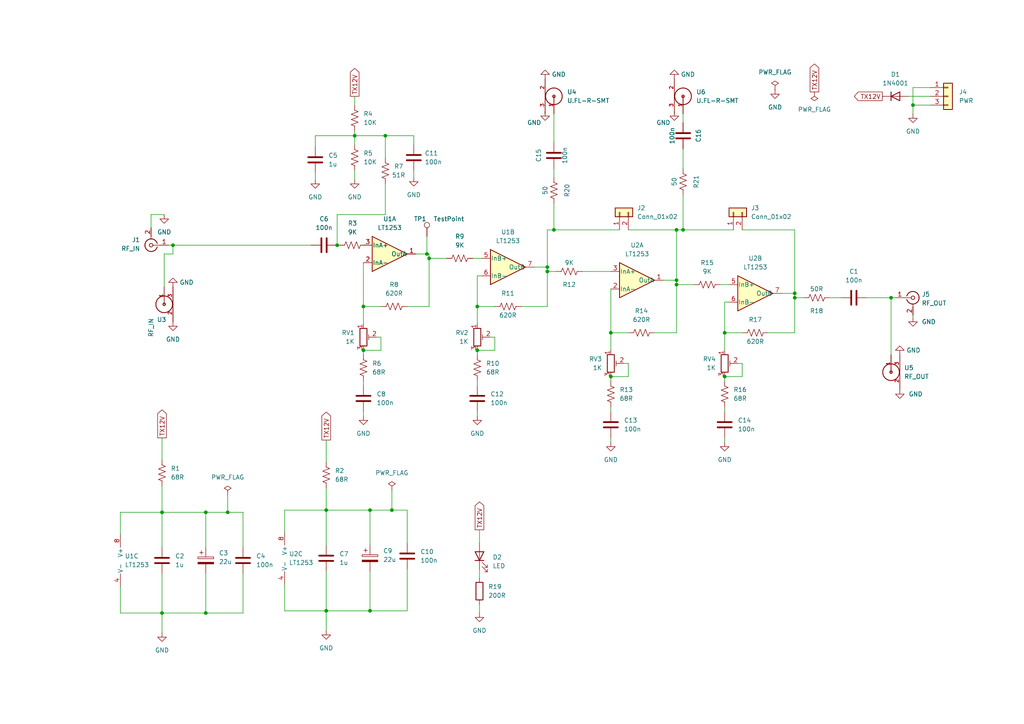
<source format=kicad_sch>
(kicad_sch (version 20211123) (generator eeschema)
  (paper "A4")
  (lib_symbols
    (symbol "Connector:Conn_Coaxial" (pin_names (offset 1.016) hide)
      (property "Reference" "J" (at 0.254 3.048 0))
      (property "Value" "Conn_Coaxial" (at 2.921 0 90))
      (symbol "Conn_Coaxial_0_1"
        (arc (start -1.778 -0.508) (mid 0.2311 -1.8066) (end 1.778 0) (stroke (width 0.254)))
        (polyline (pts (xy -2.54 0) (xy -0.508 0)))
        (polyline (pts (xy 0 -2.54) (xy 0 -1.778)))
        (circle (center 0 0) (radius 0.508) (stroke (width 0.2032)))
        (arc (start 1.778 0) (mid 0.2099 1.8101) (end -1.778 0.508) (stroke (width 0.254)))
      )
      (symbol "Conn_Coaxial_1_1"
        (pin passive line (at -5.08 0 0) (length 2.54) (name "In") (number "1"))
        (pin passive line (at 0 -5.08 90) (length 2.54) (name "Ext") (number "2"))
      )
    )
    (symbol "Connector:TestPoint" (pin_numbers hide) (pin_names (offset 0.762) hide)
      (property "Reference" "TP" (at 0 6.858 0))
      (property "Value" "TestPoint" (at 0 5.08 0))
      (symbol "TestPoint_0_1"
        (circle (center 0 3.302) (radius 0.762))
      )
      (symbol "TestPoint_1_1"
        (pin passive line (at 0 0 90) (length 2.54) (name "1") (number "1"))
      )
    )
    (symbol "Connector_Generic:Conn_01x02" (pin_names (offset 1.016) hide)
      (property "Reference" "J" (at 0 2.54 0))
      (property "Value" "Conn_01x02" (at 0 -5.08 0))
      (symbol "Conn_01x02_1_1"
        (rectangle (start -1.27 -2.413) (end 0 -2.667) (stroke (width 0.1524)))
        (rectangle (start -1.27 0.127) (end 0 -0.127) (stroke (width 0.1524)))
        (rectangle (start -1.27 1.27) (end 1.27 -3.81) (stroke (width 0.254)) (fill (type background)))
        (pin passive line (at -5.08 0 0) (length 3.81) (name "Pin_1") (number "1"))
        (pin passive line (at -5.08 -2.54 0) (length 3.81) (name "Pin_2") (number "2"))
      )
    )
    (symbol "Connector_Generic:Conn_01x03" (pin_names (offset 1.016) hide)
      (property "Reference" "J" (at 0 5.08 0))
      (property "Value" "Conn_01x03" (at 0 -5.08 0))
      (symbol "Conn_01x03_1_1"
        (rectangle (start -1.27 -2.413) (end 0 -2.667) (stroke (width 0.1524)))
        (rectangle (start -1.27 0.127) (end 0 -0.127) (stroke (width 0.1524)))
        (rectangle (start -1.27 2.667) (end 0 2.413) (stroke (width 0.1524)))
        (rectangle (start -1.27 3.81) (end 1.27 -3.81) (stroke (width 0.254)) (fill (type background)))
        (pin passive line (at -5.08 2.54 0) (length 3.81) (name "Pin_1") (number "1"))
        (pin passive line (at -5.08 0 0) (length 3.81) (name "Pin_2") (number "2"))
        (pin passive line (at -5.08 -2.54 0) (length 3.81) (name "Pin_3") (number "3"))
      )
    )
    (symbol "Custom_RF:LT1253" (pin_names (offset 0.127))
      (property "Reference" "U" (at 2.54 6.35 0))
      (property "Value" "LT1253" (at 1.27 -6.35 0))
      (symbol "LT1253_1_1"
        (polyline (pts (xy -5.08 5.08) (xy 5.08 0) (xy -5.08 -5.08) (xy -5.08 5.08)) (stroke (width 0.254)) (fill (type background)))
        (pin output line (at 7.62 0 180) (length 2.54) (name "OutA") (number "1"))
        (pin input line (at -7.62 -2.54 0) (length 2.54) (name "InA-") (number "2"))
        (pin input line (at -7.62 2.54 0) (length 2.54) (name "InA+") (number "3"))
      )
      (symbol "LT1253_2_1"
        (polyline (pts (xy -5.08 5.08) (xy 5.08 0) (xy -5.08 -5.08) (xy -5.08 5.08)) (stroke (width 0.254)) (fill (type background)))
        (pin input line (at -7.62 2.54 0) (length 2.54) (name "InB+") (number "5"))
        (pin input line (at -7.62 -2.54 0) (length 2.54) (name "InB-") (number "6"))
        (pin output line (at 7.62 0 180) (length 2.54) (name "OutB") (number "7"))
      )
      (symbol "LT1253_3_1"
        (pin power_in line (at -2.54 -7.62 90) (length 3.81) (name "V-") (number "4"))
        (pin power_in line (at -2.54 7.62 270) (length 3.81) (name "V+") (number "8"))
      )
    )
    (symbol "Custom_RF:U.FL-R-SMT" (pin_names (offset 1.016))
      (property "Reference" "U" (at 0 0 0))
      (property "Value" "U.FL-R-SMT" (at 0 2.54 0))
      (symbol "U.FL-R-SMT_0_0"
        (circle (center 0 0) (radius 0.3592) (stroke (width 0.254)))
        (circle (center 0 0) (radius 2.413) (stroke (width 0.254)))
        (pin passive line (at 5.08 0 180) (length 5.08) (name "~") (number "1"))
        (pin power_in line (at -5.08 -2.54 0) (length 5.08) (name "~") (number "2"))
        (pin power_in line (at 5.08 -2.54 180) (length 5.08) (name "~") (number "3"))
      )
    )
    (symbol "Device:C" (pin_numbers hide) (pin_names (offset 0.254))
      (property "Reference" "C" (at 0.635 2.54 0))
      (property "Value" "C" (at 0.635 -2.54 0))
      (symbol "C_0_1"
        (polyline (pts (xy -2.032 -0.762) (xy 2.032 -0.762)) (stroke (width 0.508)))
        (polyline (pts (xy -2.032 0.762) (xy 2.032 0.762)) (stroke (width 0.508)))
      )
      (symbol "C_1_1"
        (pin passive line (at 0 3.81 270) (length 2.794) (name "~") (number "1"))
        (pin passive line (at 0 -3.81 90) (length 2.794) (name "~") (number "2"))
      )
    )
    (symbol "Device:C_Polarized" (pin_numbers hide) (pin_names (offset 0.254))
      (property "Reference" "C" (at 0.635 2.54 0))
      (property "Value" "C_Polarized" (at 0.635 -2.54 0))
      (symbol "C_Polarized_0_1"
        (rectangle (start -2.286 0.508) (end 2.286 1.016))
        (polyline (pts (xy -1.778 2.286) (xy -0.762 2.286)))
        (polyline (pts (xy -1.27 2.794) (xy -1.27 1.778)))
        (rectangle (start 2.286 -0.508) (end -2.286 -1.016) (fill (type outline)))
      )
      (symbol "C_Polarized_1_1"
        (pin passive line (at 0 3.81 270) (length 2.794) (name "~") (number "1"))
        (pin passive line (at 0 -3.81 90) (length 2.794) (name "~") (number "2"))
      )
    )
    (symbol "Device:LED" (pin_numbers hide) (pin_names (offset 1.016) hide)
      (property "Reference" "D" (at 0 2.54 0))
      (property "Value" "LED" (at 0 -2.54 0))
      (symbol "LED_0_1"
        (polyline (pts (xy -1.27 -1.27) (xy -1.27 1.27)) (stroke (width 0.254)))
        (polyline (pts (xy -1.27 0) (xy 1.27 0)))
        (polyline (pts (xy 1.27 -1.27) (xy 1.27 1.27) (xy -1.27 0) (xy 1.27 -1.27)) (stroke (width 0.254)))
        (polyline (pts (xy -3.048 -0.762) (xy -4.572 -2.286) (xy -3.81 -2.286) (xy -4.572 -2.286) (xy -4.572 -1.524)))
        (polyline (pts (xy -1.778 -0.762) (xy -3.302 -2.286) (xy -2.54 -2.286) (xy -3.302 -2.286) (xy -3.302 -1.524)))
      )
      (symbol "LED_1_1"
        (pin passive line (at -3.81 0 0) (length 2.54) (name "K") (number "1"))
        (pin passive line (at 3.81 0 180) (length 2.54) (name "A") (number "2"))
      )
    )
    (symbol "Device:R" (pin_numbers hide) (pin_names (offset 0))
      (property "Reference" "R" (at 2.032 0 90))
      (property "Value" "R" (at 0 0 90))
      (symbol "R_0_1"
        (rectangle (start -1.016 -2.54) (end 1.016 2.54) (stroke (width 0.254)))
      )
      (symbol "R_1_1"
        (pin passive line (at 0 3.81 270) (length 1.27) (name "~") (number "1"))
        (pin passive line (at 0 -3.81 90) (length 1.27) (name "~") (number "2"))
      )
    )
    (symbol "Device:R_Potentiometer_Trim" (pin_names (offset 1.016) hide)
      (property "Reference" "RV" (at -4.445 0 90))
      (property "Value" "R_Potentiometer_Trim" (at -2.54 0 90))
      (symbol "R_Potentiometer_Trim_0_1"
        (polyline (pts (xy 1.524 0.762) (xy 1.524 -0.762)))
        (polyline (pts (xy 2.54 0) (xy 1.524 0)))
        (rectangle (start 1.016 2.54) (end -1.016 -2.54) (stroke (width 0.254)))
      )
      (symbol "R_Potentiometer_Trim_1_1"
        (pin passive line (at 0 3.81 270) (length 1.27) (name "1") (number "1"))
        (pin passive line (at 3.81 0 180) (length 1.27) (name "2") (number "2"))
        (pin passive line (at 0 -3.81 90) (length 1.27) (name "3") (number "3"))
      )
    )
    (symbol "Device:R_US" (pin_numbers hide) (pin_names (offset 0))
      (property "Reference" "R" (at 2.54 0 90))
      (property "Value" "R_US" (at -2.54 0 90))
      (symbol "R_US_0_1"
        (polyline (pts (xy 0 -2.286) (xy 0 -2.54)))
        (polyline (pts (xy 0 2.286) (xy 0 2.54)))
        (polyline (pts (xy 0 -0.762) (xy 1.016 -1.143) (xy 0 -1.524) (xy -1.016 -1.905) (xy 0 -2.286)))
        (polyline (pts (xy 0 0.762) (xy 1.016 0.381) (xy 0 0) (xy -1.016 -0.381) (xy 0 -0.762)))
        (polyline (pts (xy 0 2.286) (xy 1.016 1.905) (xy 0 1.524) (xy -1.016 1.143) (xy 0 0.762)))
      )
      (symbol "R_US_1_1"
        (pin passive line (at 0 3.81 270) (length 1.27) (name "~") (number "1"))
        (pin passive line (at 0 -3.81 90) (length 1.27) (name "~") (number "2"))
      )
    )
    (symbol "Diode:1N4001" (pin_numbers hide) (pin_names (offset 1.016) hide)
      (property "Reference" "D" (at 0 2.54 0))
      (property "Value" "1N4001" (at 0 -2.54 0))
      (symbol "1N4001_0_1"
        (polyline (pts (xy -1.27 1.27) (xy -1.27 -1.27)) (stroke (width 0.254)))
        (polyline (pts (xy 1.27 0) (xy -1.27 0)))
        (polyline (pts (xy 1.27 1.27) (xy 1.27 -1.27) (xy -1.27 0) (xy 1.27 1.27)) (stroke (width 0.254)))
      )
      (symbol "1N4001_1_1"
        (pin passive line (at -3.81 0 0) (length 2.54) (name "K") (number "1"))
        (pin passive line (at 3.81 0 180) (length 2.54) (name "A") (number "2"))
      )
    )
    (symbol "power:GND" (power) (pin_names (offset 0))
      (property "Value" "GND" (at 0 -3.81 0))
      (symbol "GND_0_1"
        (polyline (pts (xy 0 0) (xy 0 -1.27) (xy 1.27 -1.27) (xy 0 -2.54) (xy -1.27 -1.27) (xy 0 -1.27)))
      )
      (symbol "GND_1_1"
        (pin power_in line (at 0 0 270) (length 0) hide (name "GND") (number "1"))
      )
    )
    (symbol "power:PWR_FLAG" (power) (pin_numbers hide) (pin_names (offset 0) hide)
      (property "Value" "PWR_FLAG" (at 0 3.81 0))
      (symbol "PWR_FLAG_0_0"
        (pin power_out line (at 0 0 90) (length 0) (name "pwr") (number "1"))
      )
      (symbol "PWR_FLAG_0_1"
        (polyline (pts (xy 0 0) (xy 0 1.27) (xy -1.016 1.905) (xy 0 2.54) (xy 1.016 1.905) (xy 0 1.27)))
      )
    )
  )
  (junction (at 107.315 177.165))
  (junction (at 50.165 71.12))
  (junction (at 158.75 78.74))
  (junction (at 196.215 81.28))
  (junction (at 264.795 30.48))
  (junction (at 124.46 74.93))
  (junction (at 94.615 147.955))
  (junction (at 107.315 147.955))
  (junction (at 177.165 109.22))
  (junction (at 102.87 39.37))
  (junction (at 105.41 88.9))
  (junction (at 46.99 177.8))
  (junction (at 66.04 148.59))
  (junction (at 97.79 71.12))
  (junction (at 138.43 88.9))
  (junction (at 113.665 147.955))
  (junction (at 94.615 177.165))
  (junction (at 230.505 86.36))
  (junction (at 258.445 86.36))
  (junction (at 177.165 96.52))
  (junction (at 59.69 177.8))
  (junction (at 198.12 66.675))
  (junction (at 123.825 73.66))
  (junction (at 210.185 96.52))
  (junction (at 158.75 77.47))
  (junction (at 138.43 101.6))
  (junction (at 210.185 109.22))
  (junction (at 46.99 148.59))
  (junction (at 111.76 39.37))
  (junction (at 59.69 148.59))
  (junction (at 105.41 101.6))
  (junction (at 230.505 85.09))
  (junction (at 196.215 82.55))
  (junction (at 196.215 66.675))
  (junction (at 160.655 66.675))
  (wire (pts (xy 82.55 177.165) (xy 94.615 177.165)))
  (wire (pts (xy 111.76 53.34) (xy 111.76 62.23)))
  (wire (pts (xy 94.615 177.165) (xy 107.315 177.165)))
  (wire (pts (xy 102.87 49.53) (xy 102.87 52.07)))
  (wire (pts (xy 94.615 177.165) (xy 94.615 182.88)))
  (wire (pts (xy 66.04 143.51) (xy 66.04 148.59)))
  (wire (pts (xy 47.625 83.185) (xy 47.625 73.66)))
  (wire (pts (xy 105.41 101.6) (xy 110.49 101.6)))
  (wire (pts (xy 160.655 66.675) (xy 158.75 66.675)))
  (wire (pts (xy 192.405 81.28) (xy 196.215 81.28)))
  (wire (pts (xy 102.87 39.37) (xy 111.76 39.37)))
  (wire (pts (xy 138.43 101.6) (xy 143.51 101.6)))
  (wire (pts (xy 138.43 80.01) (xy 138.43 88.9)))
  (wire (pts (xy 124.46 74.93) (xy 124.46 88.9)))
  (wire (pts (xy 230.505 66.675) (xy 215.265 66.675)))
  (wire (pts (xy 70.485 148.59) (xy 70.485 158.75)))
  (wire (pts (xy 34.925 177.8) (xy 46.99 177.8)))
  (wire (pts (xy 105.41 88.9) (xy 105.41 93.98)))
  (wire (pts (xy 59.69 148.59) (xy 59.69 158.75)))
  (wire (pts (xy 222.885 96.52) (xy 230.505 96.52)))
  (wire (pts (xy 230.505 86.36) (xy 233.045 86.36)))
  (wire (pts (xy 43.815 62.23) (xy 43.815 66.04)))
  (wire (pts (xy 158.75 78.74) (xy 158.75 88.9)))
  (wire (pts (xy 106.045 71.12) (xy 105.41 71.12)))
  (wire (pts (xy 160.655 48.895) (xy 160.655 51.435)))
  (wire (pts (xy 94.615 165.735) (xy 94.615 177.165)))
  (wire (pts (xy 70.485 177.8) (xy 70.485 166.37)))
  (wire (pts (xy 139.065 165.1) (xy 139.065 167.64)))
  (wire (pts (xy 50.165 73.66) (xy 50.165 71.12)))
  (wire (pts (xy 138.43 88.9) (xy 143.51 88.9)))
  (wire (pts (xy 210.185 87.63) (xy 210.185 96.52)))
  (wire (pts (xy 46.99 177.8) (xy 46.99 183.515)))
  (wire (pts (xy 259.715 86.36) (xy 258.445 86.36)))
  (wire (pts (xy 97.79 62.23) (xy 97.79 71.12)))
  (wire (pts (xy 230.505 66.675) (xy 230.505 85.09)))
  (wire (pts (xy 34.925 170.18) (xy 34.925 177.8)))
  (wire (pts (xy 158.75 66.675) (xy 158.75 77.47)))
  (wire (pts (xy 215.265 105.41) (xy 215.265 109.22)))
  (wire (pts (xy 109.22 97.79) (xy 110.49 97.79)))
  (wire (pts (xy 118.11 88.9) (xy 124.46 88.9)))
  (wire (pts (xy 46.99 140.97) (xy 46.99 148.59)))
  (wire (pts (xy 138.43 101.6) (xy 138.43 102.87)))
  (wire (pts (xy 177.165 96.52) (xy 182.245 96.52)))
  (wire (pts (xy 118.11 147.955) (xy 118.11 157.48)))
  (wire (pts (xy 177.165 96.52) (xy 177.165 101.6)))
  (wire (pts (xy 105.41 110.49) (xy 105.41 111.76)))
  (wire (pts (xy 94.615 147.955) (xy 107.315 147.955)))
  (wire (pts (xy 138.43 119.38) (xy 138.43 120.65)))
  (wire (pts (xy 179.705 66.675) (xy 160.655 66.675)))
  (wire (pts (xy 120.015 51.435) (xy 120.015 49.53)))
  (wire (pts (xy 139.065 175.26) (xy 139.065 177.8)))
  (wire (pts (xy 47.625 73.66) (xy 50.165 73.66)))
  (wire (pts (xy 196.215 82.55) (xy 196.215 96.52)))
  (wire (pts (xy 180.975 105.41) (xy 182.245 105.41)))
  (wire (pts (xy 82.55 147.955) (xy 82.55 154.305)))
  (wire (pts (xy 118.11 177.165) (xy 118.11 165.1)))
  (wire (pts (xy 210.185 96.52) (xy 210.185 101.6)))
  (wire (pts (xy 177.165 83.82) (xy 177.165 96.52)))
  (wire (pts (xy 120.015 39.37) (xy 120.015 41.91)))
  (wire (pts (xy 111.76 62.23) (xy 97.79 62.23)))
  (wire (pts (xy 120.65 73.66) (xy 123.825 73.66)))
  (wire (pts (xy 211.455 87.63) (xy 210.185 87.63)))
  (wire (pts (xy 230.505 85.09) (xy 230.505 86.36)))
  (wire (pts (xy 123.825 68.58) (xy 123.825 73.66)))
  (wire (pts (xy 189.865 96.52) (xy 196.215 96.52)))
  (wire (pts (xy 198.12 66.675) (xy 196.215 66.675)))
  (wire (pts (xy 91.44 52.07) (xy 91.44 50.165)))
  (wire (pts (xy 264.795 30.48) (xy 269.875 30.48)))
  (wire (pts (xy 263.525 27.94) (xy 269.875 27.94)))
  (wire (pts (xy 158.75 77.47) (xy 158.75 78.74)))
  (wire (pts (xy 110.49 97.79) (xy 110.49 101.6)))
  (wire (pts (xy 113.665 142.24) (xy 113.665 147.955)))
  (wire (pts (xy 107.315 147.955) (xy 107.315 158.115)))
  (wire (pts (xy 124.46 73.66) (xy 124.46 74.93)))
  (wire (pts (xy 160.655 41.275) (xy 160.655 33.02)))
  (wire (pts (xy 182.245 66.675) (xy 196.215 66.675)))
  (wire (pts (xy 212.725 66.675) (xy 198.12 66.675)))
  (wire (pts (xy 102.87 27.94) (xy 102.87 30.48)))
  (wire (pts (xy 94.615 147.955) (xy 82.55 147.955)))
  (wire (pts (xy 142.24 97.79) (xy 143.51 97.79)))
  (wire (pts (xy 177.165 127) (xy 177.165 128.27)))
  (wire (pts (xy 47.625 62.23) (xy 43.815 62.23)))
  (wire (pts (xy 213.995 105.41) (xy 215.265 105.41)))
  (wire (pts (xy 120.015 39.37) (xy 111.76 39.37)))
  (wire (pts (xy 137.16 74.93) (xy 139.7 74.93)))
  (wire (pts (xy 59.69 177.8) (xy 70.485 177.8)))
  (wire (pts (xy 198.12 43.18) (xy 198.12 48.895)))
  (wire (pts (xy 124.46 74.93) (xy 129.54 74.93)))
  (wire (pts (xy 243.84 86.36) (xy 240.665 86.36)))
  (wire (pts (xy 264.795 30.48) (xy 264.795 33.02)))
  (wire (pts (xy 154.94 77.47) (xy 158.75 77.47)))
  (wire (pts (xy 198.12 33.02) (xy 198.12 35.56)))
  (wire (pts (xy 94.615 127.635) (xy 94.615 133.985)))
  (wire (pts (xy 196.215 81.28) (xy 196.215 82.55)))
  (wire (pts (xy 210.185 109.22) (xy 215.265 109.22)))
  (wire (pts (xy 168.91 78.74) (xy 177.165 78.74)))
  (wire (pts (xy 46.99 148.59) (xy 34.925 148.59)))
  (wire (pts (xy 66.04 148.59) (xy 70.485 148.59)))
  (wire (pts (xy 210.185 96.52) (xy 215.265 96.52)))
  (wire (pts (xy 34.925 148.59) (xy 34.925 154.94)))
  (wire (pts (xy 143.51 97.79) (xy 143.51 101.6)))
  (wire (pts (xy 46.99 127) (xy 46.99 133.35)))
  (wire (pts (xy 105.41 76.2) (xy 105.41 88.9)))
  (wire (pts (xy 123.825 73.66) (xy 124.46 73.66)))
  (wire (pts (xy 102.87 39.37) (xy 91.44 39.37)))
  (wire (pts (xy 208.915 82.55) (xy 211.455 82.55)))
  (wire (pts (xy 258.445 86.36) (xy 251.46 86.36)))
  (wire (pts (xy 151.13 88.9) (xy 158.75 88.9)))
  (wire (pts (xy 138.43 110.49) (xy 138.43 111.76)))
  (wire (pts (xy 91.44 39.37) (xy 91.44 42.545)))
  (wire (pts (xy 138.43 88.9) (xy 138.43 93.98)))
  (wire (pts (xy 139.7 80.01) (xy 138.43 80.01)))
  (wire (pts (xy 264.795 92.075) (xy 264.795 91.44)))
  (wire (pts (xy 107.315 147.955) (xy 113.665 147.955)))
  (wire (pts (xy 46.99 148.59) (xy 46.99 158.75)))
  (wire (pts (xy 111.76 39.37) (xy 111.76 45.72)))
  (wire (pts (xy 269.875 25.4) (xy 264.795 25.4)))
  (wire (pts (xy 210.185 127) (xy 210.185 128.27)))
  (wire (pts (xy 50.165 71.12) (xy 90.17 71.12)))
  (wire (pts (xy 264.795 25.4) (xy 264.795 30.48)))
  (wire (pts (xy 46.99 177.8) (xy 59.69 177.8)))
  (wire (pts (xy 113.665 147.955) (xy 118.11 147.955)))
  (wire (pts (xy 196.215 82.55) (xy 201.295 82.55)))
  (wire (pts (xy 82.55 169.545) (xy 82.55 177.165)))
  (wire (pts (xy 105.41 119.38) (xy 105.41 120.65)))
  (wire (pts (xy 158.75 78.74) (xy 161.29 78.74)))
  (wire (pts (xy 160.655 59.055) (xy 160.655 66.675)))
  (wire (pts (xy 177.165 109.22) (xy 177.165 110.49)))
  (wire (pts (xy 94.615 147.955) (xy 94.615 158.115)))
  (wire (pts (xy 198.12 56.515) (xy 198.12 66.675)))
  (wire (pts (xy 102.87 38.1) (xy 102.87 39.37)))
  (wire (pts (xy 105.41 88.9) (xy 110.49 88.9)))
  (wire (pts (xy 226.695 85.09) (xy 230.505 85.09)))
  (wire (pts (xy 102.87 39.37) (xy 102.87 41.91)))
  (wire (pts (xy 59.69 148.59) (xy 66.04 148.59)))
  (wire (pts (xy 59.69 166.37) (xy 59.69 177.8)))
  (wire (pts (xy 46.99 148.59) (xy 59.69 148.59)))
  (wire (pts (xy 182.245 105.41) (xy 182.245 109.22)))
  (wire (pts (xy 94.615 141.605) (xy 94.615 147.955)))
  (wire (pts (xy 210.185 109.22) (xy 210.185 110.49)))
  (wire (pts (xy 46.99 166.37) (xy 46.99 177.8)))
  (wire (pts (xy 177.165 118.11) (xy 177.165 119.38)))
  (wire (pts (xy 196.215 66.675) (xy 196.215 81.28)))
  (wire (pts (xy 107.315 177.165) (xy 118.11 177.165)))
  (wire (pts (xy 158.115 33.02) (xy 158.115 32.385)))
  (wire (pts (xy 97.79 71.12) (xy 98.425 71.12)))
  (wire (pts (xy 139.065 153.67) (xy 139.065 157.48)))
  (wire (pts (xy 177.165 109.22) (xy 182.245 109.22)))
  (wire (pts (xy 48.895 71.12) (xy 50.165 71.12)))
  (wire (pts (xy 107.315 165.735) (xy 107.315 177.165)))
  (wire (pts (xy 105.41 101.6) (xy 105.41 102.87)))
  (wire (pts (xy 230.505 86.36) (xy 230.505 96.52)))
  (wire (pts (xy 195.58 33.02) (xy 195.58 32.385)))
  (wire (pts (xy 210.185 118.11) (xy 210.185 119.38)))
  (wire (pts (xy 258.445 86.36) (xy 258.445 102.87)))
  (global_label "TX12V" (shape output) (at 255.905 27.94 180) (property "Intersheet References" "${INTERSHEET_REFS}" (effects hide)))
  (global_label "TX12V" (shape output) (at 102.87 27.94 90) (property "Intersheet References" "${INTERSHEET_REFS}" (effects hide)))
  (global_label "TX12V" (shape output) (at 46.99 127 90) (property "Intersheet References" "${INTERSHEET_REFS}" (effects hide)))
  (global_label "TX12V" (shape output) (at 94.615 127.635 90) (property "Intersheet References" "${INTERSHEET_REFS}" (effects hide)))
  (global_label "TX12V" (shape output) (at 139.065 153.67 90) (property "Intersheet References" "${INTERSHEET_REFS}" (effects hide)))
  (global_label "TX12V" (shape output) (at 236.22 26.67 90) (property "Intersheet References" "${INTERSHEET_REFS}" (effects hide)))
  (symbol (lib_id "power:GND") (at 224.79 26.035 0) (unit 1)
    (property "Reference" "#PWR011" (effects hide))
    (property "Value" "GND" (at 224.79 31.115 0))
  )
  (symbol (lib_id "Device:C") (at 138.43 115.57 0) (unit 1)
    (property "Reference" "C12" (at 142.24 114.2999 0) (effects (justify left)))
    (property "Value" "100n" (at 142.24 116.8399 0) (effects (justify left)))
    (property "Footprint" "Capacitor_SMD:C_1206_3216Metric" (effects hide))
  )
  (symbol (lib_id "Device:R_Potentiometer_Trim") (at 138.43 97.79 0) (unit 1)
    (property "Reference" "RV2" (at 135.89 96.5199 0) (effects (justify right)))
    (property "Value" "1K" (at 135.89 99.0599 0) (effects (justify right)))
    (property "Footprint" "Potentiometer_THT:Potentiometer_Bourns_3296W_Vertical" (effects hide))
  )
  (symbol (lib_id "Device:C") (at 91.44 46.355 0) (unit 1)
    (property "Reference" "C5" (at 95.25 45.0849 0) (effects (justify left)))
    (property "Value" "1u" (at 95.25 47.6249 0) (effects (justify left)))
    (property "Footprint" "Capacitor_SMD:C_1206_3216Metric" (effects hide))
  )
  (symbol (lib_id "Custom_RF:LT1253") (at 113.03 73.66 0) (unit 1)
    (property "Reference" "U1" (at 113.03 63.5 0))
    (property "Value" "LT1253" (at 113.03 66.04 0))
    (property "Footprint" "Package_DIP:DIP-8_W7.62mm" (effects hide))
    (property "Datasheet" "https://www.analog.com/media/en/technical-documentation/data-sheets/lt1253.pdf" (effects hide))
  )
  (symbol (lib_id "power:GND") (at 264.795 92.075 0) (unit 1)
    (property "Reference" "#PWR014" (effects hide))
    (property "Value" "GND" (at 267.335 93.3449 0) (effects (justify left)))
  )
  (symbol (lib_id "Custom_RF:LT1253") (at 85.09 161.925 0) (unit 3)
    (property "Reference" "U2" (at 83.82 160.6549 0) (effects (justify left)))
    (property "Value" "LT1253" (at 83.82 163.1949 0) (effects (justify left)))
    (property "Footprint" "Package_DIP:DIP-8_W7.62mm" (effects hide))
    (property "Datasheet" "https://www.analog.com/media/en/technical-documentation/data-sheets/lt1253.pdf" (effects hide))
  )
  (symbol (lib_id "Device:C") (at 93.98 71.12 90) (unit 1)
    (property "Reference" "C6" (at 93.98 63.5 90))
    (property "Value" "100n" (at 93.98 66.04 90))
    (property "Footprint" "Capacitor_SMD:C_1206_3216Metric" (effects hide))
  )
  (symbol (lib_id "Diode:1N4001") (at 259.715 27.94 0) (unit 1)
    (property "Reference" "D1" (at 259.715 21.59 0))
    (property "Value" "1N4001" (at 259.715 24.13 0))
    (property "Footprint" "Diode_THT:D_DO-41_SOD81_P10.16mm_Horizontal" (effects hide))
    (property "Datasheet" "http://www.vishay.com/docs/88503/1n4001.pdf" (effects hide))
  )
  (symbol (lib_id "Connector:TestPoint") (at 123.825 68.58 0) (unit 1)
    (property "Reference" "TP1" (at 120.015 63.5 0) (effects (justify left)))
    (property "Value" "TestPoint" (at 125.73 63.5 0) (effects (justify left)))
    (property "Footprint" "Connector_Pin:Pin_D0.7mm_L6.5mm_W1.8mm_FlatFork" (effects hide))
  )
  (symbol (lib_id "Device:R_US") (at 186.055 96.52 90) (unit 1)
    (property "Reference" "R14" (at 186.055 90.17 90))
    (property "Value" "620R" (at 186.055 92.71 90))
    (property "Footprint" "Resistor_SMD:R_1206_3216Metric" (effects hide))
  )
  (symbol (lib_id "power:GND") (at 260.985 102.87 180) (unit 1)
    (property "Reference" "#PWR0107" (effects hide))
    (property "Value" "GND" (at 262.89 101.5999 0) (effects (justify right)))
  )
  (symbol (lib_id "Device:R_Potentiometer_Trim") (at 210.185 105.41 0) (unit 1)
    (property "Reference" "RV4" (at 207.645 104.1399 0) (effects (justify right)))
    (property "Value" "1K" (at 207.645 106.6799 0) (effects (justify right)))
    (property "Footprint" "Potentiometer_THT:Potentiometer_Bourns_3296W_Vertical" (effects hide))
  )
  (symbol (lib_id "Device:R") (at 139.065 171.45 0) (unit 1)
    (property "Reference" "R19" (at 141.605 170.1799 0) (effects (justify left)))
    (property "Value" "200R" (at 141.605 172.7199 0) (effects (justify left)))
    (property "Footprint" "Resistor_SMD:R_1206_3216Metric" (effects hide))
  )
  (symbol (lib_id "power:GND") (at 177.165 128.27 0) (unit 1)
    (property "Reference" "#PWR010" (effects hide))
    (property "Value" "GND" (at 177.165 133.35 0))
  )
  (symbol (lib_id "Custom_RF:U.FL-R-SMT") (at 160.655 27.94 270) (unit 1)
    (property "Reference" "U4" (at 164.465 26.6699 90) (effects (justify left)))
    (property "Value" "U.FL-R-SMT" (at 164.465 29.2099 90) (effects (justify left)))
    (property "Footprint" "U.FL-R-SMT" (effects hide))
  )
  (symbol (lib_id "Device:R_US") (at 94.615 137.795 0) (unit 1)
    (property "Reference" "R2" (at 97.155 136.5249 0) (effects (justify left)))
    (property "Value" "68R" (at 97.155 139.0649 0) (effects (justify left)))
    (property "Footprint" "Resistor_SMD:R_1206_3216Metric" (effects hide))
  )
  (symbol (lib_id "power:GND") (at 139.065 177.8 0) (unit 1)
    (property "Reference" "#PWR0101" (effects hide))
    (property "Value" "GND" (at 139.065 182.88 0))
  )
  (symbol (lib_id "power:PWR_FLAG") (at 236.22 26.67 180) (unit 1)
    (property "Reference" "#FLG02" (effects hide))
    (property "Value" "PWR_FLAG" (at 236.22 31.75 0))
  )
  (symbol (lib_id "Connector_Generic:Conn_01x02") (at 212.725 61.595 90) (unit 1)
    (property "Reference" "J3" (at 217.805 60.3249 90) (effects (justify right)))
    (property "Value" "Conn_01x02" (at 217.805 62.8649 90) (effects (justify right)))
    (property "Footprint" "Connector_PinHeader_2.54mm:PinHeader_1x02_P2.54mm_Vertical" (effects hide))
  )
  (symbol (lib_id "Custom_RF:U.FL-R-SMT") (at 47.625 88.265 90) (unit 1)
    (property "Reference" "U3" (at 48.26 92.71 90) (effects (justify left)))
    (property "Value" "RF_IN" (at 43.815 97.79 0) (effects (justify left)))
    (property "Footprint" "U.FL-R-SMT" (effects hide))
  )
  (symbol (lib_id "Device:R_US") (at 111.76 49.53 180) (unit 1)
    (property "Reference" "R7" (at 114.3 48.26 0) (effects (justify right)))
    (property "Value" "51R" (at 113.665 50.8 0) (effects (justify right)))
    (property "Footprint" "Resistor_SMD:R_1206_3216Metric" (effects hide))
  )
  (symbol (lib_id "Device:C") (at 70.485 162.56 0) (unit 1)
    (property "Reference" "C4" (at 74.295 161.2899 0) (effects (justify left)))
    (property "Value" "100n" (at 74.295 163.8299 0) (effects (justify left)))
    (property "Footprint" "Capacitor_SMD:C_1206_3216Metric" (effects hide))
  )
  (symbol (lib_id "power:GND") (at 138.43 120.65 0) (unit 1)
    (property "Reference" "#PWR09" (effects hide))
    (property "Value" "GND" (at 138.43 125.73 0))
  )
  (symbol (lib_id "power:GND") (at 264.795 33.02 0) (unit 1)
    (property "Reference" "#PWR013" (effects hide))
    (property "Value" "GND" (at 264.795 38.1 0))
  )
  (symbol (lib_id "Connector_Generic:Conn_01x02") (at 179.705 61.595 90) (unit 1)
    (property "Reference" "J2" (at 184.785 60.3249 90) (effects (justify right)))
    (property "Value" "Conn_01x02" (at 184.785 62.8649 90) (effects (justify right)))
    (property "Footprint" "Connector_PinHeader_2.54mm:PinHeader_1x02_P2.54mm_Vertical" (effects hide))
  )
  (symbol (lib_id "Device:R_US") (at 210.185 114.3 0) (unit 1)
    (property "Reference" "R16" (at 212.725 113.0299 0) (effects (justify left)))
    (property "Value" "68R" (at 212.725 115.5699 0) (effects (justify left)))
    (property "Footprint" "Resistor_SMD:R_1206_3216Metric" (effects hide))
  )
  (symbol (lib_id "power:GND") (at 94.615 182.88 0) (unit 1)
    (property "Reference" "#PWR05" (effects hide))
    (property "Value" "GND" (at 94.615 187.96 0))
  )
  (symbol (lib_id "power:GND") (at 102.87 52.07 0) (unit 1)
    (property "Reference" "#PWR06" (effects hide))
    (property "Value" "GND" (at 102.87 57.15 0))
  )
  (symbol (lib_id "Device:R_US") (at 105.41 106.68 0) (unit 1)
    (property "Reference" "R6" (at 107.95 105.4099 0) (effects (justify left)))
    (property "Value" "68R" (at 107.95 107.9499 0) (effects (justify left)))
    (property "Footprint" "Resistor_SMD:R_1206_3216Metric" (effects hide))
  )
  (symbol (lib_id "Device:R_US") (at 160.655 55.245 180) (unit 1)
    (property "Reference" "R20" (at 164.465 55.245 90))
    (property "Value" "50" (at 158.115 55.245 90))
    (property "Footprint" "Resistor_SMD:R_1206_3216Metric" (effects hide))
  )
  (symbol (lib_id "power:GND") (at 50.165 83.185 180) (unit 1)
    (property "Reference" "#PWR0104" (effects hide))
    (property "Value" "GND" (at 52.07 81.9149 0) (effects (justify right)))
  )
  (symbol (lib_id "Device:LED") (at 139.065 161.29 90) (unit 1)
    (property "Reference" "D2" (at 142.875 161.6074 90) (effects (justify right)))
    (property "Value" "LED" (at 142.875 164.1474 90) (effects (justify right)))
    (property "Footprint" "LED_THT:LED_D3.0mm" (effects hide))
  )
  (symbol (lib_id "Connector:Conn_Coaxial") (at 43.815 71.12 180) (unit 1)
    (property "Reference" "J1" (at 40.64 69.5567 0) (effects (justify left)))
    (property "Value" "RF_IN" (at 40.64 72.0967 0) (effects (justify left)))
    (property "Footprint" "Connector_Coaxial:SMA_Amphenol_901-144_Vertical" (effects hide))
    (property "Datasheet" " ~" (effects hide))
  )
  (symbol (lib_id "power:GND") (at 158.115 32.385 0) (unit 1)
    (property "Reference" "#PWR0103" (effects hide))
    (property "Value" "GND" (at 154.94 35.56 0))
  )
  (symbol (lib_id "Device:C") (at 46.99 162.56 0) (unit 1)
    (property "Reference" "C2" (at 50.8 161.2899 0) (effects (justify left)))
    (property "Value" "1u" (at 50.8 163.8299 0) (effects (justify left)))
    (property "Footprint" "Capacitor_SMD:C_1206_3216Metric" (effects hide))
  )
  (symbol (lib_id "Device:R_Potentiometer_Trim") (at 105.41 97.79 0) (unit 1)
    (property "Reference" "RV1" (at 102.87 96.5199 0) (effects (justify right)))
    (property "Value" "1K" (at 102.87 99.0599 0) (effects (justify right)))
    (property "Footprint" "Potentiometer_THT:Potentiometer_Bourns_3296W_Vertical" (effects hide))
  )
  (symbol (lib_id "Device:R_US") (at 147.32 88.9 270) (unit 1)
    (property "Reference" "R11" (at 147.32 85.09 90))
    (property "Value" "620R" (at 147.32 91.44 90))
    (property "Footprint" "Resistor_SMD:R_1206_3216Metric" (effects hide))
  )
  (symbol (lib_id "power:GND") (at 46.99 183.515 0) (unit 1)
    (property "Reference" "#PWR02" (effects hide))
    (property "Value" "GND" (at 46.99 188.595 0))
  )
  (symbol (lib_id "power:GND") (at 47.625 62.23 0) (unit 1)
    (property "Reference" "#PWR01" (effects hide))
    (property "Value" "GND" (at 47.625 67.31 0))
  )
  (symbol (lib_id "Device:R_US") (at 114.3 88.9 90) (unit 1)
    (property "Reference" "R8" (at 114.3 82.55 90))
    (property "Value" "620R" (at 114.3 85.09 90))
    (property "Footprint" "Resistor_SMD:R_1206_3216Metric" (effects hide))
  )
  (symbol (lib_id "Custom_RF:LT1253") (at 219.075 85.09 0) (unit 2)
    (property "Reference" "U2" (at 219.075 74.93 0))
    (property "Value" "LT1253" (at 219.075 77.47 0))
    (property "Footprint" "Package_DIP:DIP-8_W7.62mm" (effects hide))
    (property "Datasheet" "https://www.analog.com/media/en/technical-documentation/data-sheets/lt1253.pdf" (effects hide))
  )
  (symbol (lib_id "Device:R_US") (at 46.99 137.16 0) (unit 1)
    (property "Reference" "R1" (at 49.53 135.8899 0) (effects (justify left)))
    (property "Value" "68R" (at 49.53 138.4299 0) (effects (justify left)))
    (property "Footprint" "Resistor_SMD:R_1206_3216Metric" (effects hide))
  )
  (symbol (lib_id "Device:R_US") (at 102.87 34.29 0) (unit 1)
    (property "Reference" "R4" (at 105.41 33.0199 0) (effects (justify left)))
    (property "Value" "10K" (at 105.41 35.5599 0) (effects (justify left)))
    (property "Footprint" "Resistor_SMD:R_1206_3216Metric" (effects hide))
  )
  (symbol (lib_id "Device:R_US") (at 205.105 82.55 90) (unit 1)
    (property "Reference" "R15" (at 205.105 76.2 90))
    (property "Value" "9K" (at 205.105 78.74 90))
    (property "Footprint" "Resistor_SMD:R_1206_3216Metric" (effects hide))
  )
  (symbol (lib_id "power:GND") (at 91.44 52.07 0) (unit 1)
    (property "Reference" "#PWR04" (effects hide))
    (property "Value" "GND" (at 91.44 57.15 0))
  )
  (symbol (lib_id "Device:R_US") (at 102.87 45.72 0) (unit 1)
    (property "Reference" "R5" (at 105.41 44.4499 0) (effects (justify left)))
    (property "Value" "10K" (at 105.41 46.9899 0) (effects (justify left)))
    (property "Footprint" "Resistor_SMD:R_1206_3216Metric" (effects hide))
  )
  (symbol (lib_id "power:PWR_FLAG") (at 113.665 142.24 0) (unit 1)
    (property "Reference" "#FLG0101" (effects hide))
    (property "Value" "PWR_FLAG" (at 113.665 137.16 0))
  )
  (symbol (lib_id "power:GND") (at 195.58 22.86 180) (unit 1)
    (property "Reference" "#PWR015" (effects hide))
    (property "Value" "GND" (at 197.485 21.5899 0) (effects (justify right)))
  )
  (symbol (lib_id "power:GND") (at 195.58 32.385 0) (unit 1)
    (property "Reference" "#PWR016" (effects hide))
    (property "Value" "GND" (at 192.405 35.56 0))
  )
  (symbol (lib_id "Device:R_US") (at 102.235 71.12 90) (unit 1)
    (property "Reference" "R3" (at 102.235 64.77 90))
    (property "Value" "9K" (at 102.235 67.31 90))
    (property "Footprint" "Resistor_SMD:R_1206_3216Metric" (effects hide))
  )
  (symbol (lib_id "Device:C") (at 118.11 161.29 0) (unit 1)
    (property "Reference" "C10" (at 121.92 160.0199 0) (effects (justify left)))
    (property "Value" "100n" (at 121.92 162.5599 0) (effects (justify left)))
    (property "Footprint" "Capacitor_SMD:C_1206_3216Metric" (effects hide))
  )
  (symbol (lib_id "power:GND") (at 158.115 22.86 180) (unit 1)
    (property "Reference" "#PWR0102" (effects hide))
    (property "Value" "GND" (at 160.02 21.5899 0) (effects (justify right)))
  )
  (symbol (lib_id "Custom_RF:LT1253") (at 184.785 81.28 0) (unit 1)
    (property "Reference" "U2" (at 184.785 71.12 0))
    (property "Value" "LT1253" (at 184.785 73.66 0))
    (property "Footprint" "Package_DIP:DIP-8_W7.62mm" (effects hide))
    (property "Datasheet" "https://www.analog.com/media/en/technical-documentation/data-sheets/lt1253.pdf" (effects hide))
  )
  (symbol (lib_id "power:GND") (at 105.41 120.65 0) (unit 1)
    (property "Reference" "#PWR07" (effects hide))
    (property "Value" "GND" (at 105.41 125.73 0))
  )
  (symbol (lib_id "Custom_RF:LT1253") (at 37.465 162.56 0) (unit 3)
    (property "Reference" "U1" (at 36.195 161.2899 0) (effects (justify left)))
    (property "Value" "LT1253" (at 36.195 163.8299 0) (effects (justify left)))
    (property "Footprint" "Package_DIP:DIP-8_W7.62mm" (effects hide))
    (property "Datasheet" "https://www.analog.com/media/en/technical-documentation/data-sheets/lt1253.pdf" (effects hide))
  )
  (symbol (lib_id "Device:C") (at 120.015 45.72 0) (unit 1)
    (property "Reference" "C11" (at 123.19 44.4499 0) (effects (justify left)))
    (property "Value" "100n" (at 123.19 46.9899 0) (effects (justify left)))
    (property "Footprint" "Capacitor_SMD:C_1206_3216Metric" (effects hide))
  )
  (symbol (lib_id "Device:C") (at 198.12 39.37 0) (unit 1)
    (property "Reference" "C16" (at 202.565 39.37 90))
    (property "Value" "100n" (at 194.945 39.37 90))
    (property "Footprint" "Capacitor_SMD:C_1206_3216Metric" (effects hide))
  )
  (symbol (lib_id "Device:C_Polarized") (at 59.69 162.56 0) (unit 1)
    (property "Reference" "C3" (at 63.5 160.4009 0) (effects (justify left)))
    (property "Value" "22u" (at 63.5 162.9409 0) (effects (justify left)))
    (property "Footprint" "Capacitor_THT:CP_Radial_D8.0mm_P2.50mm" (effects hide))
  )
  (symbol (lib_id "power:GND") (at 50.165 93.345 0) (unit 1)
    (property "Reference" "#PWR0105" (effects hide))
    (property "Value" "GND" (at 50.165 98.425 0))
  )
  (symbol (lib_id "power:PWR_FLAG") (at 66.04 143.51 0) (unit 1)
    (property "Reference" "#FLG0102" (effects hide))
    (property "Value" "PWR_FLAG" (at 66.04 138.43 0))
  )
  (symbol (lib_id "Device:C") (at 160.655 45.085 180) (unit 1)
    (property "Reference" "C15" (at 156.21 45.085 90))
    (property "Value" "100n" (at 163.83 45.085 90))
    (property "Footprint" "Capacitor_SMD:C_1206_3216Metric" (effects hide))
  )
  (symbol (lib_id "Device:R_US") (at 133.35 74.93 90) (unit 1)
    (property "Reference" "R9" (at 133.35 68.58 90))
    (property "Value" "9K" (at 133.35 71.12 90))
    (property "Footprint" "Resistor_SMD:R_1206_3216Metric" (effects hide))
  )
  (symbol (lib_id "Device:C") (at 210.185 123.19 0) (unit 1)
    (property "Reference" "C14" (at 213.995 121.9199 0) (effects (justify left)))
    (property "Value" "100n" (at 213.995 124.4599 0) (effects (justify left)))
    (property "Footprint" "Capacitor_SMD:C_1206_3216Metric" (effects hide))
  )
  (symbol (lib_id "Device:C_Polarized") (at 107.315 161.925 0) (unit 1)
    (property "Reference" "C9" (at 111.125 159.7659 0) (effects (justify left)))
    (property "Value" "22u" (at 111.125 162.3059 0) (effects (justify left)))
    (property "Footprint" "Capacitor_THT:CP_Radial_D8.0mm_P2.50mm" (effects hide))
  )
  (symbol (lib_id "power:GND") (at 210.185 128.27 0) (unit 1)
    (property "Reference" "#PWR012" (effects hide))
    (property "Value" "GND" (at 210.185 133.35 0))
  )
  (symbol (lib_id "power:GND") (at 260.985 113.03 0) (unit 1)
    (property "Reference" "#PWR0106" (effects hide))
    (property "Value" "GND" (at 263.525 114.2999 0) (effects (justify left)))
  )
  (symbol (lib_id "Device:C") (at 94.615 161.925 0) (unit 1)
    (property "Reference" "C7" (at 98.425 160.6549 0) (effects (justify left)))
    (property "Value" "1u" (at 98.425 163.1949 0) (effects (justify left)))
    (property "Footprint" "Capacitor_SMD:C_1206_3216Metric" (effects hide))
  )
  (symbol (lib_id "power:PWR_FLAG") (at 224.79 26.035 0) (unit 1)
    (property "Reference" "#FLG01" (effects hide))
    (property "Value" "PWR_FLAG" (at 224.79 20.955 0))
  )
  (symbol (lib_id "Connector:Conn_Coaxial") (at 264.795 86.36 0) (unit 1)
    (property "Reference" "J5" (at 267.335 85.3831 0) (effects (justify left)))
    (property "Value" "RF_OUT" (at 267.335 87.9231 0) (effects (justify left)))
    (property "Footprint" "Connector_Coaxial:SMA_Amphenol_901-144_Vertical" (effects hide))
    (property "Datasheet" " ~" (effects hide))
  )
  (symbol (lib_id "power:GND") (at 120.015 51.435 0) (unit 1)
    (property "Reference" "#PWR08" (effects hide))
    (property "Value" "GND" (at 120.015 56.515 0))
  )
  (symbol (lib_id "Device:C") (at 177.165 123.19 0) (unit 1)
    (property "Reference" "C13" (at 180.975 121.9199 0) (effects (justify left)))
    (property "Value" "100n" (at 180.975 124.4599 0) (effects (justify left)))
    (property "Footprint" "Capacitor_SMD:C_1206_3216Metric" (effects hide))
  )
  (symbol (lib_id "Device:R_Potentiometer_Trim") (at 177.165 105.41 0) (unit 1)
    (property "Reference" "RV3" (at 174.625 104.1399 0) (effects (justify right)))
    (property "Value" "1K" (at 174.625 106.6799 0) (effects (justify right)))
    (property "Footprint" "Potentiometer_THT:Potentiometer_Bourns_3296W_Vertical" (effects hide))
  )
  (symbol (lib_id "Connector_Generic:Conn_01x03") (at 274.955 27.94 0) (unit 1)
    (property "Reference" "J4" (at 278.13 26.6699 0) (effects (justify left)))
    (property "Value" "PWR" (at 278.13 29.2099 0) (effects (justify left)))
    (property "Footprint" "Connector_PinHeader_2.54mm:PinHeader_1x03_P2.54mm_Vertical" (effects hide))
  )
  (symbol (lib_id "Device:C") (at 105.41 115.57 0) (unit 1)
    (property "Reference" "C8" (at 109.22 114.2999 0) (effects (justify left)))
    (property "Value" "100n" (at 109.22 116.8399 0) (effects (justify left)))
    (property "Footprint" "Capacitor_SMD:C_1206_3216Metric" (effects hide))
  )
  (symbol (lib_id "Custom_RF:LT1253") (at 147.32 77.47 0) (unit 2)
    (property "Reference" "U1" (at 147.32 67.31 0))
    (property "Value" "LT1253" (at 147.32 69.85 0))
    (property "Footprint" "Package_DIP:DIP-8_W7.62mm" (effects hide))
    (property "Datasheet" "https://www.analog.com/media/en/technical-documentation/data-sheets/lt1253.pdf" (effects hide))
  )
  (symbol (lib_id "Custom_RF:U.FL-R-SMT") (at 198.12 27.94 270) (unit 1)
    (property "Reference" "U6" (at 201.93 26.6699 90) (effects (justify left)))
    (property "Value" "U.FL-R-SMT" (at 201.93 29.2099 90) (effects (justify left)))
    (property "Footprint" "U.FL-R-SMT" (effects hide))
  )
  (symbol (lib_id "Device:R_US") (at 198.12 52.705 180) (unit 1)
    (property "Reference" "R21" (at 201.93 52.705 90))
    (property "Value" "50" (at 195.58 52.705 90))
    (property "Footprint" "Resistor_SMD:R_1206_3216Metric" (effects hide))
  )
  (symbol (lib_id "Device:C") (at 247.65 86.36 90) (unit 1)
    (property "Reference" "C1" (at 247.65 78.74 90))
    (property "Value" "100n" (at 247.65 81.28 90))
    (property "Footprint" "Capacitor_SMD:C_1206_3216Metric" (effects hide))
  )
  (symbol (lib_id "Device:R_US") (at 165.1 78.74 90) (unit 1)
    (property "Reference" "R12" (at 165.1 82.55 90))
    (property "Value" "9K" (at 165.1 76.2 90))
    (property "Footprint" "Resistor_SMD:R_1206_3216Metric" (effects hide))
  )
  (symbol (lib_id "Custom_RF:U.FL-R-SMT") (at 258.445 107.95 90) (unit 1)
    (property "Reference" "U5" (at 262.255 106.6799 90) (effects (justify right)))
    (property "Value" "RF_OUT" (at 262.255 109.2199 90) (effects (justify right)))
    (property "Footprint" "U.FL-R-SMT" (effects hide))
  )
  (symbol (lib_id "Device:R_US") (at 177.165 114.3 0) (unit 1)
    (property "Reference" "R13" (at 179.705 113.0299 0) (effects (justify left)))
    (property "Value" "68R" (at 179.705 115.5699 0) (effects (justify left)))
    (property "Footprint" "Resistor_SMD:R_1206_3216Metric" (effects hide))
  )
  (symbol (lib_id "Device:R_US") (at 236.855 86.36 90) (unit 1)
    (property "Reference" "R18" (at 236.855 90.17 90))
    (property "Value" "50R" (at 236.855 83.82 90))
    (property "Footprint" "Resistor_SMD:R_1206_3216Metric" (effects hide))
  )
  (symbol (lib_id "Device:R_US") (at 138.43 106.68 0) (unit 1)
    (property "Reference" "R10" (at 140.97 105.4099 0) (effects (justify left)))
    (property "Value" "68R" (at 140.97 107.9499 0) (effects (justify left)))
    (property "Footprint" "Resistor_SMD:R_1206_3216Metric" (effects hide))
  )
  (symbol (lib_id "Device:R_US") (at 219.075 96.52 270) (unit 1)
    (property "Reference" "R17" (at 219.075 92.71 90))
    (property "Value" "620R" (at 219.075 99.06 90))
    (property "Footprint" "Resistor_SMD:R_1206_3216Metric" (effects hide))
  )
)
</source>
